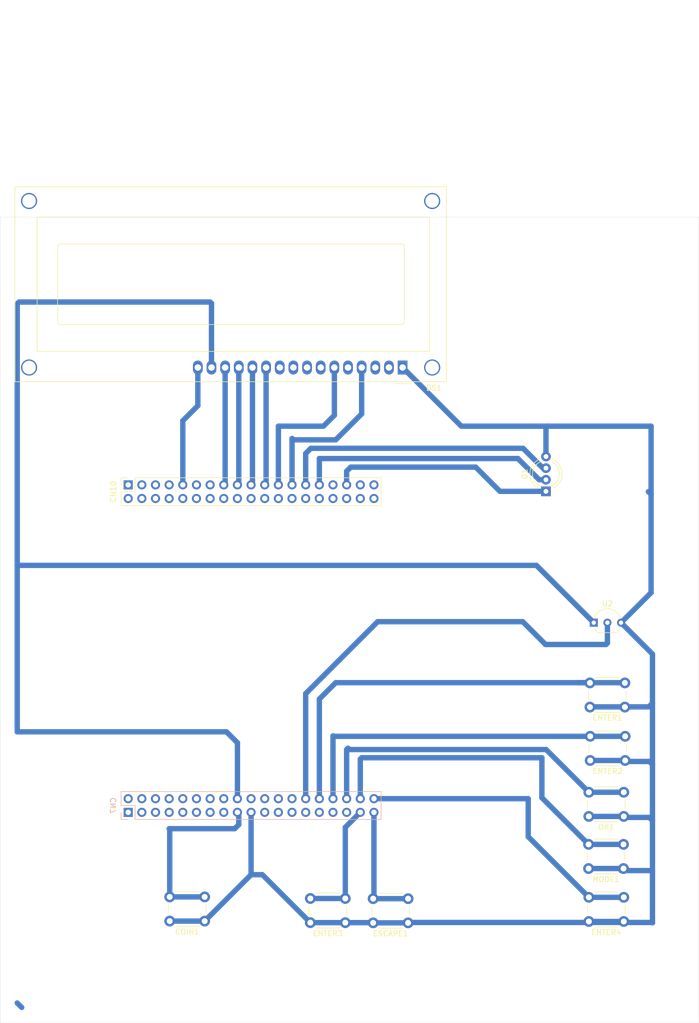
<source format=kicad_pcb>
(kicad_pcb (version 20241229) (generator "pcbnew") (generator_version "9.0")
  (layers (0 "F.Cu" signal) (2 "B.Cu" signal) (13 "F.Paste" user) (15 "B.Paste" user) (5 "F.SilkS" user "F.Silkscreen") (7 "B.SilkS" user "B.Silkscreen") (1 "F.Mask" user) (3 "B.Mask" user) (25 "Edge.Cuts" user))
  (net 0 "")
  (net 1 "/PA4")
  (net 4 "/PC3")
  (net 8 "GND")
  (net 10 "/PC1")
  (net 13 "/PA1")
  (net 15 "/PC0")
  (net 17 "+5V")
  (net 21 "/PB0")
  (net 23 "/PA0")
  (net 26 "/PA15")
  (net 31 "/PC2")
  (net 39 "/PB5")
  (net 43 "/PC7")
  (net 46 "/PA9")
  (net 57 "/PA7")
  (net 60 "/PA8")
  (net 62 "/PB6")
  (net 66 "/PB10")
  (net 74 "/PA10")
  (net 75 "Net-(CN10-Pin_27)")
  (footprint "Package_TO_SOT_THT:TO-92_Inline_Wide" (layer "F.Cu") (at 233.426 94.488)
    (property "Reference" "U2" (at 2.54 -3.56 0) (layer "F.SilkS"))
    (property "Value" "LM35")
    (fp_line (start 0.74 1.85) (end 4.34 1.85) (stroke (width 0.12)) (layer "F.SilkS"))
    (fp_arc (start 0.1836 -1.098807) (mid 1.143021 -2.192817) (end 2.54 -2.6) (stroke (width 0.12)) (layer "F.SilkS"))
    (fp_arc (start 0.74 1.85) (mid 0.446097 1.509328) (end 0.215816 1.122795) (stroke (width 0.12)) (layer "F.SilkS"))
    (fp_arc (start 2.54 -2.6) (mid 3.936979 -2.192818) (end 4.8964 -1.098807) (stroke (width 0.12)) (layer "F.SilkS"))
    (fp_arc (start 4.864184 1.122795) (mid 4.633903 1.509328) (end 4.34 1.85) (stroke (width 0.12)) (layer "F.SilkS"))
    (pad "1" thru_hole rect (at 0 0) (size 1.5 1.5) (drill 0.8) (layers "*.Cu" "*.Mask") (net 17 "+5V"))
    (pad "2" thru_hole circle (at 2.54 0) (size 1.5 1.5) (drill 0.8) (layers "*.Cu" "*.Mask") (net 23 "/PA0"))
    (pad "3" thru_hole circle (at 5.08 0) (size 1.5 1.5) (drill 0.8) (layers "*.Cu" "*.Mask") (net 8 "GND"))
  )
  (footprint "Connector_PinSocket_2.54mm:PinSocket_2x19_P2.54mm_Vertical" (layer "F.Cu") (at 146.812 68.834 90)
    (property "Reference" "CN10" (at -1.27 -2.77 90) (layer "F.SilkS"))
    (property "Value" "Conn_02x19_Odd_Even")
    (fp_line (start 1.33 -1.33) (end 1.33 0) (stroke (width 0.12)) (layer "F.SilkS"))
    (fp_line (start 0 -1.33) (end 1.33 -1.33) (stroke (width 0.12)) (layer "F.SilkS"))
    (fp_line (start -1.27 -1.33) (end -1.27 1.27) (stroke (width 0.12)) (layer "F.SilkS"))
    (fp_line (start -3.87 -1.33) (end -1.27 -1.33) (stroke (width 0.12)) (layer "F.SilkS"))
    (fp_line (start -3.87 -1.33) (end -3.87 47.05) (stroke (width 0.12)) (layer "F.SilkS"))
    (fp_line (start 1.33 1.27) (end 1.33 47.05) (stroke (width 0.12)) (layer "F.SilkS"))
    (fp_line (start -1.27 1.27) (end 1.33 1.27) (stroke (width 0.12)) (layer "F.SilkS"))
    (fp_line (start -3.87 47.05) (end 1.33 47.05) (stroke (width 0.12)) (layer "F.SilkS"))
    (pad "1" thru_hole rect (at 0 0 90) (size 1.7 1.7) (drill 1) (layers "*.Cu" "*.Mask"))
    (pad "2" thru_hole circle (at -2.54 0 90) (size 1.7 1.7) (drill 1) (layers "*.Cu" "*.Mask"))
    (pad "3" thru_hole circle (at 0 2.54 90) (size 1.7 1.7) (drill 1) (layers "*.Cu" "*.Mask"))
    (pad "4" thru_hole circle (at -2.54 2.54 90) (size 1.7 1.7) (drill 1) (layers "*.Cu" "*.Mask"))
    (pad "5" thru_hole circle (at 0 5.08 90) (size 1.7 1.7) (drill 1) (layers "*.Cu" "*.Mask"))
    (pad "6" thru_hole circle (at -2.54 5.08 90) (size 1.7 1.7) (drill 1) (layers "*.Cu" "*.Mask"))
    (pad "7" thru_hole circle (at 0 7.62 90) (size 1.7 1.7) (drill 1) (layers "*.Cu" "*.Mask"))
    (pad "8" thru_hole circle (at -2.54 7.62 90) (size 1.7 1.7) (drill 1) (layers "*.Cu" "*.Mask"))
    (pad "9" thru_hole circle (at 0 10.16 90) (size 1.7 1.7) (drill 1) (layers "*.Cu" "*.Mask") (net 8 "GND"))
    (pad "10" thru_hole circle (at -2.54 10.16 90) (size 1.7 1.7) (drill 1) (layers "*.Cu" "*.Mask"))
    (pad "11" thru_hole circle (at 0 12.7 90) (size 1.7 1.7) (drill 1) (layers "*.Cu" "*.Mask"))
    (pad "12" thru_hole circle (at -2.54 12.7 90) (size 1.7 1.7) (drill 1) (layers "*.Cu" "*.Mask"))
    (pad "13" thru_hole circle (at 0 15.24 90) (size 1.7 1.7) (drill 1) (layers "*.Cu" "*.Mask"))
    (pad "14" thru_hole circle (at -2.54 15.24 90) (size 1.7 1.7) (drill 1) (layers "*.Cu" "*.Mask"))
    (pad "15" thru_hole circle (at 0 17.78 90) (size 1.7 1.7) (drill 1) (layers "*.Cu" "*.Mask") (net 57 "/PA7"))
    (pad "16" thru_hole circle (at -2.54 17.78 90) (size 1.7 1.7) (drill 1) (layers "*.Cu" "*.Mask"))
    (pad "17" thru_hole circle (at 0 20.32 90) (size 1.7 1.7) (drill 1) (layers "*.Cu" "*.Mask") (net 62 "/PB6"))
    (pad "18" thru_hole circle (at -2.54 20.32 90) (size 1.7 1.7) (drill 1) (layers "*.Cu" "*.Mask"))
    (pad "19" thru_hole circle (at 0 22.86 90) (size 1.7 1.7) (drill 1) (layers "*.Cu" "*.Mask") (net 43 "/PC7"))
    (pad "20" thru_hole circle (at -2.54 22.86 90) (size 1.7 1.7) (drill 1) (layers "*.Cu" "*.Mask") (net 8 "GND"))
    (pad "21" thru_hole circle (at 0 25.4 90) (size 1.7 1.7) (drill 1) (layers "*.Cu" "*.Mask") (net 46 "/PA9"))
    (pad "22" thru_hole circle (at -2.54 25.4 90) (size 1.7 1.7) (drill 1) (layers "*.Cu" "*.Mask"))
    (pad "23" thru_hole circle (at 0 27.94 90) (size 1.7 1.7) (drill 1) (layers "*.Cu" "*.Mask") (net 60 "/PA8"))
    (pad "24" thru_hole circle (at -2.54 27.94 90) (size 1.7 1.7) (drill 1) (layers "*.Cu" "*.Mask"))
    (pad "25" thru_hole circle (at 0 30.48 90) (size 1.7 1.7) (drill 1) (layers "*.Cu" "*.Mask") (net 66 "/PB10"))
    (pad "26" thru_hole circle (at -2.54 30.48 90) (size 1.7 1.7) (drill 1) (layers "*.Cu" "*.Mask"))
    (pad "27" thru_hole circle (at 0 33.02 90) (size 1.7 1.7) (drill 1) (layers "*.Cu" "*.Mask") (net 75 "Net-(CN10-Pin_27)"))
    (pad "28" thru_hole circle (at -2.54 33.02 90) (size 1.7 1.7) (drill 1) (layers "*.Cu" "*.Mask"))
    (pad "29" thru_hole circle (at 0 35.56 90) (size 1.7 1.7) (drill 1) (layers "*.Cu" "*.Mask") (net 39 "/PB5"))
    (pad "30" thru_hole circle (at -2.54 35.56 90) (size 1.7 1.7) (drill 1) (layers "*.Cu" "*.Mask"))
    (pad "31" thru_hole circle (at 0 38.1 90) (size 1.7 1.7) (drill 1) (layers "*.Cu" "*.Mask"))
    (pad "32" thru_hole circle (at -2.54 38.1 90) (size 1.7 1.7) (drill 1) (layers "*.Cu" "*.Mask"))
    (pad "33" thru_hole circle (at 0 40.64 90) (size 1.7 1.7) (drill 1) (layers "*.Cu" "*.Mask") (net 74 "/PA10"))
    (pad "34" thru_hole circle (at -2.54 40.64 90) (size 1.7 1.7) (drill 1) (layers "*.Cu" "*.Mask"))
    (pad "35" thru_hole circle (at 0 43.18 90) (size 1.7 1.7) (drill 1) (layers "*.Cu" "*.Mask"))
    (pad "36" thru_hole circle (at -2.54 43.18 90) (size 1.7 1.7) (drill 1) (layers "*.Cu" "*.Mask"))
    (pad "37" thru_hole circle (at 0 45.72 90) (size 1.7 1.7) (drill 1) (layers "*.Cu" "*.Mask"))
    (pad "38" thru_hole circle (at -2.54 45.72 90) (size 1.7 1.7) (drill 1) (layers "*.Cu" "*.Mask"))
  )
  (footprint "Display:WC1602A" (layer "F.Cu") (at 197.866 46.99 180)
    (property "Reference" "DS1" (at -5.82 -3.81 0) (layer "F.SilkS"))
    (property "Value" "LCD_Character_Display_16x2")
    (fp_line (start 72.14 33.64) (end 72.14 -2.64) (stroke (width 0.12)) (layer "F.SilkS"))
    (fp_line (start 72.14 -2.64) (end -7.34 -2.64) (stroke (width 0.12)) (layer "F.SilkS"))
    (fp_line (start 68 28) (end -5 28) (stroke (width 0.12)) (layer "F.SilkS"))
    (fp_line (start 68 3) (end 68 28) (stroke (width 0.12)) (layer "F.SilkS"))
    (fp_line (start 64.2 8.5) (end 64.2 22.5) (stroke (width 0.12)) (layer "F.SilkS"))
    (fp_line (start 63.70066 23) (end 0.2 23) (stroke (width 0.12)) (layer "F.SilkS"))
    (fp_line (start 0.2 8) (end 63.7 8) (stroke (width 0.12)) (layer "F.SilkS"))
    (fp_line (start -0.29972 22.49932) (end -0.29972 8.5) (stroke (width 0.12)) (layer "F.SilkS"))
    (fp_line (start -1.5 -3) (end 1.5 -3) (stroke (width 0.12)) (layer "F.SilkS"))
    (fp_line (start -5 28) (end -5 3) (stroke (width 0.12)) (layer "F.SilkS"))
    (fp_line (start -5 3) (end 68 3) (stroke (width 0.12)) (layer "F.SilkS"))
    (fp_line (start -8.13 -2.64) (end -7.34 -2.64) (stroke (width 0.12)) (layer "F.SilkS"))
    (fp_line (start -8.14 33.64) (end 72.14 33.64) (stroke (width 0.12)) (layer "F.SilkS"))
    (fp_line (start -8.14 -2.64) (end -8.14 33.64) (stroke (width 0.12)) (layer "F.SilkS"))
    (fp_arc (start 64.20104 22.49932) (mid 64.054482 22.853142) (end 63.70066 22.9997) (stroke (width 0.12)) (layer "F.SilkS"))
    (fp_arc (start 63.7 8) (mid 64.053553 8.146447) (end 64.2 8.5) (stroke (width 0.12)) (layer "F.SilkS"))
    (fp_arc (start 0.20066 22.9997) (mid -0.153162 22.853142) (end -0.29972 22.49932) (stroke (width 0.12)) (layer "F.SilkS"))
    (fp_arc (start -0.29972 8.49884) (mid -0.153162 8.145018) (end 0.20066 7.99846) (stroke (width 0.12)) (layer "F.SilkS"))
    (pad "" thru_hole circle (at -5.4991 0 180) (size 3 3) (drill 2.5) (layers "*.Cu" "*.Mask"))
    (pad "" thru_hole circle (at -5.4991 31.0007 180) (size 3 3) (drill 2.5) (layers "*.Cu" "*.Mask"))
    (pad "" thru_hole circle (at 69.49948 31.0007 180) (size 3 3) (drill 2.5) (layers "*.Cu" "*.Mask"))
    (pad "" thru_hole circle (at 69.5 0 180) (size 3 3) (drill 2.5) (layers "*.Cu" "*.Mask"))
    (pad "1" thru_hole rect (at 0 0 180) (size 1.8 2.6) (drill 1.2) (layers "*.Cu" "*.Mask") (net 8 "GND"))
    (pad "2" thru_hole oval (at 2.54 0 180) (size 1.8 2.6) (drill 1.2) (layers "*.Cu" "*.Mask") (net 17 "+5V"))
    (pad "3" thru_hole oval (at 5.08 0 180) (size 1.8 2.6) (drill 1.2) (layers "*.Cu" "*.Mask") (net 8 "GND"))
    (pad "4" thru_hole oval (at 7.62 0 180) (size 1.8 2.6) (drill 1.2) (layers "*.Cu" "*.Mask") (net 66 "/PB10"))
    (pad "5" thru_hole oval (at 10.16 0 180) (size 1.8 2.6) (drill 1.2) (layers "*.Cu" "*.Mask") (net 8 "GND"))
    (pad "6" thru_hole oval (at 12.7 0 180) (size 1.8 2.6) (drill 1.2) (layers "*.Cu" "*.Mask") (net 60 "/PA8"))
    (pad "7" thru_hole oval (at 15.24 0 180) (size 1.8 2.6) (drill 1.2) (layers "*.Cu" "*.Mask"))
    (pad "8" thru_hole oval (at 17.78 0 180) (size 1.8 2.6) (drill 1.2) (layers "*.Cu" "*.Mask"))
    (pad "9" thru_hole oval (at 20.32 0 180) (size 1.8 2.6) (drill 1.2) (layers "*.Cu" "*.Mask"))
    (pad "10" thru_hole oval (at 22.86 0 180) (size 1.8 2.6) (drill 1.2) (layers "*.Cu" "*.Mask"))
    (pad "11" thru_hole oval (at 25.4 0 180) (size 1.8 2.6) (drill 1.2) (layers "*.Cu" "*.Mask") (net 46 "/PA9"))
    (pad "12" thru_hole oval (at 27.94 0 180) (size 1.8 2.6) (drill 1.2) (layers "*.Cu" "*.Mask") (net 43 "/PC7"))
    (pad "13" thru_hole oval (at 30.48 0 180) (size 1.8 2.6) (drill 1.2) (layers "*.Cu" "*.Mask") (net 62 "/PB6"))
    (pad "14" thru_hole oval (at 33.02 0 180) (size 1.8 2.6) (drill 1.2) (layers "*.Cu" "*.Mask") (net 57 "/PA7"))
    (pad "15" thru_hole oval (at 35.56 0 180) (size 1.8 2.6) (drill 1.2) (layers "*.Cu" "*.Mask") (net 17 "+5V"))
    (pad "16" thru_hole oval (at 38.1 0 180) (size 1.8 2.6) (drill 1.2) (layers "*.Cu" "*.Mask") (net 8 "GND"))
  )
  (footprint "Button_Switch_THT:SW_PUSH_6mm_H7.3mm" (layer "F.Cu") (at 239.216 110.2 180)
    (property "Reference" "ENTER1" (at 3.25 -2 0) (layer "F.SilkS"))
    (property "Value" "SW_Push")
    (fp_line (start 6.75 3) (end 6.75 1.5) (stroke (width 0.12)) (layer "F.SilkS"))
    (fp_line (start 5.5 -1) (end 1 -1) (stroke (width 0.12)) (layer "F.SilkS"))
    (fp_line (start 1 5.5) (end 5.5 5.5) (stroke (width 0.12)) (layer "F.SilkS"))
    (fp_line (start -0.25 1.5) (end -0.25 3) (stroke (width 0.12)) (layer "F.SilkS"))
    (pad "1" thru_hole circle (at 0 0 270) (size 2 2) (drill 1.1) (layers "*.Cu" "*.Mask") (net 8 "GND"))
    (pad "1" thru_hole circle (at 6.5 0 270) (size 2 2) (drill 1.1) (layers "*.Cu" "*.Mask") (net 8 "GND"))
    (pad "2" thru_hole circle (at 0 4.5 270) (size 2 2) (drill 1.1) (layers "*.Cu" "*.Mask") (net 13 "/PA1"))
    (pad "2" thru_hole circle (at 6.5 4.5 270) (size 2 2) (drill 1.1) (layers "*.Cu" "*.Mask") (net 13 "/PA1"))
  )
  (footprint "Button_Switch_THT:SW_PUSH_6mm_H7.3mm" (layer "F.Cu") (at 238.962 140.26 180)
    (property "Reference" "MODE1" (at 3.25 -2 0) (layer "F.SilkS"))
    (property "Value" "SW_Push")
    (fp_line (start 6.75 3) (end 6.75 1.5) (stroke (width 0.12)) (layer "F.SilkS"))
    (fp_line (start 5.5 -1) (end 1 -1) (stroke (width 0.12)) (layer "F.SilkS"))
    (fp_line (start 1 5.5) (end 5.5 5.5) (stroke (width 0.12)) (layer "F.SilkS"))
    (fp_line (start -0.25 1.5) (end -0.25 3) (stroke (width 0.12)) (layer "F.SilkS"))
    (pad "1" thru_hole circle (at 0 0 270) (size 2 2) (drill 1.1) (layers "*.Cu" "*.Mask") (net 8 "GND"))
    (pad "1" thru_hole circle (at 6.5 0 270) (size 2 2) (drill 1.1) (layers "*.Cu" "*.Mask") (net 8 "GND"))
    (pad "2" thru_hole circle (at 0 4.5 270) (size 2 2) (drill 1.1) (layers "*.Cu" "*.Mask") (net 10 "/PC1"))
    (pad "2" thru_hole circle (at 6.5 4.5 270) (size 2 2) (drill 1.1) (layers "*.Cu" "*.Mask") (net 10 "/PC1"))
  )
  (footprint "Button_Switch_THT:SW_PUSH_6mm_H7.3mm" (layer "F.Cu") (at 239.268 120.142 180)
    (property "Reference" "ENTER2" (at 3.25 -2 0) (layer "F.SilkS"))
    (property "Value" "SW_Push")
    (fp_line (start 6.75 3) (end 6.75 1.5) (stroke (width 0.12)) (layer "F.SilkS"))
    (fp_line (start 5.5 -1) (end 1 -1) (stroke (width 0.12)) (layer "F.SilkS"))
    (fp_line (start 1 5.5) (end 5.5 5.5) (stroke (width 0.12)) (layer "F.SilkS"))
    (fp_line (start -0.25 1.5) (end -0.25 3) (stroke (width 0.12)) (layer "F.SilkS"))
    (pad "1" thru_hole circle (at 0 0 270) (size 2 2) (drill 1.1) (layers "*.Cu" "*.Mask") (net 8 "GND"))
    (pad "1" thru_hole circle (at 6.5 0 270) (size 2 2) (drill 1.1) (layers "*.Cu" "*.Mask") (net 8 "GND"))
    (pad "2" thru_hole circle (at 0 4.5 270) (size 2 2) (drill 1.1) (layers "*.Cu" "*.Mask") (net 1 "/PA4"))
    (pad "2" thru_hole circle (at 6.5 4.5 270) (size 2 2) (drill 1.1) (layers "*.Cu" "*.Mask") (net 1 "/PA4"))
  )
  (footprint "LED_THT:LED_D5.0mm-4_RGB_Wide_Pins" (layer "F.Cu") (at 224.536 70.042 90)
    (property "Reference" "D1" (at 3.2385 -3.96 90) (layer "F.SilkS"))
    (property "Value" "LED_RGBK")
    (fp_line (start 0.6785 -1.545) (end 0.6785 -1.08) (stroke (width 0.12)) (layer "F.SilkS"))
    (fp_line (start 0.6785 1.08) (end 0.6785 1.545) (stroke (width 0.12)) (layer "F.SilkS"))
    (fp_arc (start 0.6785 -1.54483) (mid 3.496956 -2.978809) (end 6.026315 -1.080827) (stroke (width 0.12)) (layer "F.SilkS"))
    (fp_arc (start 0.983816 -1.08) (mid 3.238262 -2.5) (end 5.492979 -1.080429) (stroke (width 0.12)) (layer "F.SilkS"))
    (fp_arc (start 5.492979 1.080429) (mid 3.238262 2.5) (end 0.983816 1.08) (stroke (width 0.12)) (layer "F.SilkS"))
    (fp_arc (start 6.026315 1.080827) (mid 3.496956 2.978808) (end 0.6785 1.54483) (stroke (width 0.12)) (layer "F.SilkS"))
    (pad "1" thru_hole rect (at 0 0 90) (size 1.8 1.8) (drill 0.9) (layers "*.Cu" "*.Mask") (net 74 "/PA10"))
    (pad "2" thru_hole circle (at 2.159 0 90) (size 1.8 1.8) (drill 0.9) (layers "*.Cu" "*.Mask") (net 39 "/PB5"))
    (pad "3" thru_hole circle (at 4.318 0 90) (size 1.8 1.8) (drill 0.9) (layers "*.Cu" "*.Mask") (net 75 "Net-(CN10-Pin_27)"))
    (pad "4" thru_hole circle (at 6.477 0 90) (size 1.8 1.8) (drill 0.9) (layers "*.Cu" "*.Mask") (net 8 "GND"))
  )
  (footprint "Button_Switch_THT:SW_PUSH_6mm_H7.3mm" (layer "F.Cu") (at 161.036 150.042 180)
    (property "Reference" "COIN1" (at 3.25 -2 0) (layer "F.SilkS"))
    (property "Value" "SW_Push")
    (fp_line (start 6.75 3) (end 6.75 1.5) (stroke (width 0.12)) (layer "F.SilkS"))
    (fp_line (start 5.5 -1) (end 1 -1) (stroke (width 0.12)) (layer "F.SilkS"))
    (fp_line (start 1 5.5) (end 5.5 5.5) (stroke (width 0.12)) (layer "F.SilkS"))
    (fp_line (start -0.25 1.5) (end -0.25 3) (stroke (width 0.12)) (layer "F.SilkS"))
    (pad "1" thru_hole circle (at 0 0 270) (size 2 2) (drill 1.1) (layers "*.Cu" "*.Mask") (net 8 "GND"))
    (pad "1" thru_hole circle (at 6.5 0 270) (size 2 2) (drill 1.1) (layers "*.Cu" "*.Mask") (net 8 "GND"))
    (pad "2" thru_hole circle (at 0 4.5 270) (size 2 2) (drill 1.1) (layers "*.Cu" "*.Mask") (net 26 "/PA15"))
    (pad "2" thru_hole circle (at 6.5 4.5 270) (size 2 2) (drill 1.1) (layers "*.Cu" "*.Mask") (net 26 "/PA15"))
  )
  (footprint "Button_Switch_THT:SW_PUSH_6mm_H7.3mm" (layer "F.Cu") (at 239.014 130.556 180)
    (property "Reference" "OK1" (at 3.25 -2 0) (layer "F.SilkS"))
    (property "Value" "SW_Push")
    (fp_line (start 6.75 3) (end 6.75 1.5) (stroke (width 0.12)) (layer "F.SilkS"))
    (fp_line (start 5.5 -1) (end 1 -1) (stroke (width 0.12)) (layer "F.SilkS"))
    (fp_line (start 1 5.5) (end 5.5 5.5) (stroke (width 0.12)) (layer "F.SilkS"))
    (fp_line (start -0.25 1.5) (end -0.25 3) (stroke (width 0.12)) (layer "F.SilkS"))
    (pad "1" thru_hole circle (at 0 0 270) (size 2 2) (drill 1.1) (layers "*.Cu" "*.Mask") (net 8 "GND"))
    (pad "1" thru_hole circle (at 6.5 0 270) (size 2 2) (drill 1.1) (layers "*.Cu" "*.Mask") (net 8 "GND"))
    (pad "2" thru_hole circle (at 0 4.5 270) (size 2 2) (drill 1.1) (layers "*.Cu" "*.Mask") (net 21 "/PB0"))
    (pad "2" thru_hole circle (at 6.5 4.5 270) (size 2 2) (drill 1.1) (layers "*.Cu" "*.Mask") (net 21 "/PB0"))
  )
  (footprint "Button_Switch_THT:SW_PUSH_6mm_H7.3mm" (layer "F.Cu") (at 187.198 150.332 180)
    (property "Reference" "ENTER3" (at 3.25 -2 0) (layer "F.SilkS"))
    (property "Value" "SW_Push")
    (fp_line (start 6.75 3) (end 6.75 1.5) (stroke (width 0.12)) (layer "F.SilkS"))
    (fp_line (start 5.5 -1) (end 1 -1) (stroke (width 0.12)) (layer "F.SilkS"))
    (fp_line (start 1 5.5) (end 5.5 5.5) (stroke (width 0.12)) (layer "F.SilkS"))
    (fp_line (start -0.25 1.5) (end -0.25 3) (stroke (width 0.12)) (layer "F.SilkS"))
    (pad "1" thru_hole circle (at 0 0 270) (size 2 2) (drill 1.1) (layers "*.Cu" "*.Mask") (net 8 "GND"))
    (pad "1" thru_hole circle (at 6.5 0 270) (size 2 2) (drill 1.1) (layers "*.Cu" "*.Mask") (net 8 "GND"))
    (pad "2" thru_hole circle (at 0 4.5 270) (size 2 2) (drill 1.1) (layers "*.Cu" "*.Mask") (net 31 "/PC2"))
    (pad "2" thru_hole circle (at 6.5 4.5 270) (size 2 2) (drill 1.1) (layers "*.Cu" "*.Mask") (net 31 "/PC2"))
  )
  (footprint "Button_Switch_THT:SW_PUSH_6mm_H7.3mm" (layer "F.Cu") (at 239.014 150.114 180)
    (property "Reference" "ENTER4" (at 3.25 -2 0) (layer "F.SilkS"))
    (property "Value" "SW_Push")
    (fp_line (start 6.75 3) (end 6.75 1.5) (stroke (width 0.12)) (layer "F.SilkS"))
    (fp_line (start 5.5 -1) (end 1 -1) (stroke (width 0.12)) (layer "F.SilkS"))
    (fp_line (start 1 5.5) (end 5.5 5.5) (stroke (width 0.12)) (layer "F.SilkS"))
    (fp_line (start -0.25 1.5) (end -0.25 3) (stroke (width 0.12)) (layer "F.SilkS"))
    (pad "1" thru_hole circle (at 0 0 270) (size 2 2) (drill 1.1) (layers "*.Cu" "*.Mask") (net 8 "GND"))
    (pad "1" thru_hole circle (at 6.5 0 270) (size 2 2) (drill 1.1) (layers "*.Cu" "*.Mask") (net 8 "GND"))
    (pad "2" thru_hole circle (at 0 4.5 270) (size 2 2) (drill 1.1) (layers "*.Cu" "*.Mask") (net 15 "/PC0"))
    (pad "2" thru_hole circle (at 6.5 4.5 270) (size 2 2) (drill 1.1) (layers "*.Cu" "*.Mask") (net 15 "/PC0"))
  )
  (footprint "Button_Switch_THT:SW_PUSH_6mm_H7.3mm" (layer "F.Cu") (at 198.882 150.368 180)
    (property "Reference" "ESCAPE1" (at 3.25 -2 0) (layer "F.SilkS"))
    (property "Value" "SW_Push")
    (fp_line (start 6.75 3) (end 6.75 1.5) (stroke (width 0.12)) (layer "F.SilkS"))
    (fp_line (start 5.5 -1) (end 1 -1) (stroke (width 0.12)) (layer "F.SilkS"))
    (fp_line (start 1 5.5) (end 5.5 5.5) (stroke (width 0.12)) (layer "F.SilkS"))
    (fp_line (start -0.25 1.5) (end -0.25 3) (stroke (width 0.12)) (layer "F.SilkS"))
    (pad "1" thru_hole circle (at 0 0 270) (size 2 2) (drill 1.1) (layers "*.Cu" "*.Mask") (net 8 "GND"))
    (pad "1" thru_hole circle (at 6.5 0 270) (size 2 2) (drill 1.1) (layers "*.Cu" "*.Mask") (net 8 "GND"))
    (pad "2" thru_hole circle (at 0 4.5 270) (size 2 2) (drill 1.1) (layers "*.Cu" "*.Mask") (net 4 "/PC3"))
    (pad "2" thru_hole circle (at 6.5 4.5 270) (size 2 2) (drill 1.1) (layers "*.Cu" "*.Mask") (net 4 "/PC3"))
  )
  (footprint "Connector_PinSocket_2.54mm:PinSocket_2x19_P2.54mm_Vertical" (layer "B.Cu") (at 146.812 129.794 -90)
    (property "Reference" "CN7" (at -1.27 2.77 90) (layer "B.SilkS") (effects (justify mirror)))
    (property "Value" "Conn_02x19_Odd_Even")
    (fp_line (start -3.87 1.33) (end -1.27 1.33) (stroke (width 0.12)) (layer "B.SilkS"))
    (fp_line (start -3.87 1.33) (end -3.87 -47.05) (stroke (width 0.12)) (layer "B.SilkS"))
    (fp_line (start -1.27 1.33) (end -1.27 -1.27) (stroke (width 0.12)) (layer "B.SilkS"))
    (fp_line (start 0 1.33) (end 1.33 1.33) (stroke (width 0.12)) (layer "B.SilkS"))
    (fp_line (start 1.33 1.33) (end 1.33 0) (stroke (width 0.12)) (layer "B.SilkS"))
    (fp_line (start -1.27 -1.27) (end 1.33 -1.27) (stroke (width 0.12)) (layer "B.SilkS"))
    (fp_line (start 1.33 -1.27) (end 1.33 -47.05) (stroke (width 0.12)) (layer "B.SilkS"))
    (fp_line (start -3.87 -47.05) (end 1.33 -47.05) (stroke (width 0.12)) (layer "B.SilkS"))
    (pad "1" thru_hole rect (at 0 0 270) (size 1.7 1.7) (drill 1) (layers "*.Cu" "*.Mask"))
    (pad "2" thru_hole circle (at -2.54 0 270) (size 1.7 1.7) (drill 1) (layers "*.Cu" "*.Mask"))
    (pad "3" thru_hole circle (at 0 -2.54 270) (size 1.7 1.7) (drill 1) (layers "*.Cu" "*.Mask"))
    (pad "4" thru_hole circle (at -2.54 -2.54 270) (size 1.7 1.7) (drill 1) (layers "*.Cu" "*.Mask"))
    (pad "5" thru_hole circle (at 0 -5.08 270) (size 1.7 1.7) (drill 1) (layers "*.Cu" "*.Mask"))
    (pad "6" thru_hole circle (at -2.54 -5.08 270) (size 1.7 1.7) (drill 1) (layers "*.Cu" "*.Mask"))
    (pad "7" thru_hole circle (at 0 -7.62 270) (size 1.7 1.7) (drill 1) (layers "*.Cu" "*.Mask"))
    (pad "8" thru_hole circle (at -2.54 -7.62 270) (size 1.7 1.7) (drill 1) (layers "*.Cu" "*.Mask") (net 8 "GND"))
    (pad "9" thru_hole circle (at 0 -10.16 270) (size 1.7 1.7) (drill 1) (layers "*.Cu" "*.Mask"))
    (pad "10" thru_hole circle (at -2.54 -10.16 270) (size 1.7 1.7) (drill 1) (layers "*.Cu" "*.Mask"))
    (pad "11" thru_hole circle (at 0 -12.7 270) (size 1.7 1.7) (drill 1) (layers "*.Cu" "*.Mask"))
    (pad "12" thru_hole circle (at -2.54 -12.7 270) (size 1.7 1.7) (drill 1) (layers "*.Cu" "*.Mask"))
    (pad "13" thru_hole circle (at 0 -15.24 270) (size 1.7 1.7) (drill 1) (layers "*.Cu" "*.Mask"))
    (pad "14" thru_hole circle (at -2.54 -15.24 270) (size 1.7 1.7) (drill 1) (layers "*.Cu" "*.Mask"))
    (pad "15" thru_hole circle (at 0 -17.78 270) (size 1.7 1.7) (drill 1) (layers "*.Cu" "*.Mask"))
    (pad "16" thru_hole circle (at -2.54 -17.78 270) (size 1.7 1.7) (drill 1) (layers "*.Cu" "*.Mask"))
    (pad "17" thru_hole circle (at 0 -20.32 270) (size 1.7 1.7) (drill 1) (layers "*.Cu" "*.Mask") (net 26 "/PA15"))
    (pad "18" thru_hole circle (at -2.54 -20.32 270) (size 1.7 1.7) (drill 1) (layers "*.Cu" "*.Mask") (net 17 "+5V"))
    (pad "19" thru_hole circle (at 0 -22.86 270) (size 1.7 1.7) (drill 1) (layers "*.Cu" "*.Mask") (net 8 "GND"))
    (pad "20" thru_hole circle (at -2.54 -22.86 270) (size 1.7 1.7) (drill 1) (layers "*.Cu" "*.Mask") (net 8 "GND"))
    (pad "21" thru_hole circle (at 0 -25.4 270) (size 1.7 1.7) (drill 1) (layers "*.Cu" "*.Mask"))
    (pad "22" thru_hole circle (at -2.54 -25.4 270) (size 1.7 1.7) (drill 1) (layers "*.Cu" "*.Mask") (net 8 "GND"))
    (pad "23" thru_hole circle (at 0 -27.94 270) (size 1.7 1.7) (drill 1) (layers "*.Cu" "*.Mask"))
    (pad "24" thru_hole circle (at -2.54 -27.94 270) (size 1.7 1.7) (drill 1) (layers "*.Cu" "*.Mask"))
    (pad "25" thru_hole circle (at 0 -30.48 270) (size 1.7 1.7) (drill 1) (layers "*.Cu" "*.Mask"))
    (pad "26" thru_hole circle (at -2.54 -30.48 270) (size 1.7 1.7) (drill 1) (layers "*.Cu" "*.Mask"))
    (pad "27" thru_hole circle (at 0 -33.02 270) (size 1.7 1.7) (drill 1) (layers "*.Cu" "*.Mask"))
    (pad "28" thru_hole circle (at -2.54 -33.02 270) (size 1.7 1.7) (drill 1) (layers "*.Cu" "*.Mask") (net 23 "/PA0"))
    (pad "29" thru_hole circle (at 0 -35.56 270) (size 1.7 1.7) (drill 1) (layers "*.Cu" "*.Mask"))
    (pad "30" thru_hole circle (at -2.54 -35.56 270) (size 1.7 1.7) (drill 1) (layers "*.Cu" "*.Mask") (net 13 "/PA1"))
    (pad "31" thru_hole circle (at 0 -38.1 270) (size 1.7 1.7) (drill 1) (layers "*.Cu" "*.Mask"))
    (pad "32" thru_hole circle (at -2.54 -38.1 270) (size 1.7 1.7) (drill 1) (layers "*.Cu" "*.Mask") (net 1 "/PA4"))
    (pad "33" thru_hole circle (at 0 -40.64 270) (size 1.7 1.7) (drill 1) (layers "*.Cu" "*.Mask"))
    (pad "34" thru_hole circle (at -2.54 -40.64 270) (size 1.7 1.7) (drill 1) (layers "*.Cu" "*.Mask") (net 21 "/PB0"))
    (pad "35" thru_hole circle (at 0 -43.18 270) (size 1.7 1.7) (drill 1) (layers "*.Cu" "*.Mask") (net 31 "/PC2"))
    (pad "36" thru_hole circle (at -2.54 -43.18 270) (size 1.7 1.7) (drill 1) (layers "*.Cu" "*.Mask") (net 10 "/PC1"))
    (pad "37" thru_hole circle (at 0 -45.72 270) (size 1.7 1.7) (drill 1) (layers "*.Cu" "*.Mask") (net 4 "/PC3"))
    (pad "38" thru_hole circle (at -2.54 -45.72 270) (size 1.7 1.7) (drill 1) (layers "*.Cu" "*.Mask") (net 15 "/PC0"))
  )
  (gr_rect (start 122.984 18.98) (end 252.984 168.98) (stroke (width 0.05)) (fill no) (layer "Edge.Cuts"))
  (segment (start 184.912 127.254) (end 184.912 115.57) (width 1) (layer "B.Cu") (net 1))
  (segment (start 184.984 115.642) (end 239.268 115.642) (width 1) (layer "B.Cu") (net 1))
  (segment (start 184.912 115.57) (end 184.984 115.642) (width 1) (layer "B.Cu") (net 1))
  (segment (start 192.532 129.794) (end 192.532 145.718) (width 1) (layer "B.Cu") (net 4))
  (segment (start 192.382 145.868) (end 198.882 145.868) (width 1) (layer "B.Cu") (net 4))
  (segment (start 192.532 145.718) (end 192.382 145.868) (width 1) (layer "B.Cu") (net 4))
  (segment (start 198.882 150.368) (end 199.136 150.368) (width 1) (layer "B.Cu") (net 8))
  (segment (start 244.348 113.03) (end 244.348 120.904) (width 1) (layer "B.Cu") (net 8))
  (segment (start 169.672 129.794) (end 169.672 141.406) (width 1) (layer "B.Cu") (net 8))
  (segment (start 199.136 150.368) (end 199.208 150.296) (width 1) (layer "B.Cu") (net 8))
  (segment (start 244.348 150.368) (end 244.276 150.296) (width 1) (layer "B.Cu") (net 8))
  (segment (start 238.506 130.738) (end 243.768 130.738) (width 1) (layer "B.Cu") (net 8))
  (segment (start 244.348 100.33) (end 244.348 109.474) (width 1) (layer "B.Cu") (net 8))
  (segment (start 232.768 120.142) (end 239.268 120.142) (width 1) (layer "B.Cu") (net 8))
  (segment (start 169.672 141.406) (end 161.036 150.042) (width 1) (layer "B.Cu") (net 8))
  (segment (start 159.766 54.102) (end 156.972 56.896) (width 1) (layer "B.Cu") (net 8))
  (segment (start 169.672 141.406) (end 171.772 141.406) (width 1) (layer "B.Cu") (net 8))
  (segment (start 232.514 130.556) (end 239.014 130.556) (width 1) (layer "B.Cu") (net 8))
  (segment (start 199.208 150.296) (end 232.006 150.296) (width 1) (layer "B.Cu") (net 8))
  (segment (start 244.276 140.644) (end 244.348 140.716) (width 1) (layer "B.Cu") (net 8))
  (segment (start 238.506 94.488) (end 244.348 100.33) (width 1) (layer "B.Cu") (net 8))
  (segment (start 244.094 88.9) (end 244.094 70.612) (width 1) (layer "B.Cu") (net 8))
  (segment (start 159.766 46.99) (end 159.766 54.102) (width 1) (layer "B.Cu") (net 8))
  (segment (start 224.79 57.912) (end 208.788 57.912) (width 1) (layer "B.Cu") (net 8))
  (segment (start 192.346 150.332) (end 192.382 150.368) (width 1) (layer "B.Cu") (net 8))
  (segment (start 224.536 63.565) (end 224.536 58.166) (width 1) (layer "B.Cu") (net 8))
  (segment (start 244.276 150.296) (end 232.006 150.296) (width 1) (layer "B.Cu") (net 8))
  (segment (start 238.506 140.644) (end 244.276 140.644) (width 1) (layer "B.Cu") (net 8))
  (segment (start 244.348 109.474) (end 244.348 113.03) (width 1) (layer "B.Cu") (net 8))
  (segment (start 243.768 130.738) (end 244.348 131.318) (width 1) (layer "B.Cu") (net 8))
  (segment (start 244.348 140.716) (end 244.348 150.368) (width 1) (layer "B.Cu") (net 8))
  (segment (start 232.26 110.164) (end 238.76 110.164) (width 1) (layer "B.Cu") (net 8))
  (segment (start 238.76 120.324) (end 243.768 120.324) (width 1) (layer "B.Cu") (net 8))
  (segment (start 238.76 140.462) (end 238.962 140.26) (width 1) (layer "B.Cu") (net 8))
  (segment (start 238.76 110.164) (end 243.658 110.164) (width 1) (layer "B.Cu") (net 8))
  (segment (start 244.348 131.318) (end 244.348 140.716) (width 1) (layer "B.Cu") (net 8))
  (segment (start 238.506 94.488) (end 244.094 88.9) (width 1) (layer "B.Cu") (net 8))
  (segment (start 243.658 110.164) (end 244.348 109.474) (width 1) (layer "B.Cu") (net 8))
  (segment (start 243.768 120.324) (end 244.348 120.904) (width 1) (layer "B.Cu") (net 8))
  (segment (start 243.586 70.104) (end 244.094 70.612) (width 1) (layer "B.Cu") (net 8))
  (segment (start 244.348 120.904) (end 244.348 131.318) (width 1) (layer "B.Cu") (net 8))
  (segment (start 156.972 56.896) (end 156.972 68.834) (width 1) (layer "B.Cu") (net 8))
  (segment (start 232.26 150.114) (end 238.76 150.114) (width 1) (layer "B.Cu") (net 8))
  (segment (start 224.536 58.166) (end 224.79 57.912) (width 1) (layer "B.Cu") (net 8))
  (segment (start 180.698 150.332) (end 187.198 150.332) (width 1) (layer "B.Cu") (net 8))
  (segment (start 154.536 150.042) (end 161.036 150.042) (width 1) (layer "B.Cu") (net 8))
  (segment (start 171.772 141.406) (end 180.698 150.332) (width 1) (layer "B.Cu") (net 8))
  (segment (start 192.382 150.368) (end 198.882 150.368) (width 1) (layer "B.Cu") (net 8))
  (segment (start 244.094 57.912) (end 224.79 57.912) (width 1) (layer "B.Cu") (net 8))
  (segment (start 187.198 150.332) (end 192.346 150.332) (width 1) (layer "B.Cu") (net 8))
  (segment (start 232.462 140.26) (end 238.962 140.26) (width 1) (layer "B.Cu") (net 8))
  (segment (start 244.094 70.612) (end 244.094 57.912) (width 1) (layer "B.Cu") (net 8))
  (segment (start 208.788 57.912) (end 197.866 46.99) (width 1) (layer "B.Cu") (net 8))
  (segment (start 189.992 127.254) (end 189.992 119.888) (width 1) (layer "B.Cu") (net 10))
  (segment (start 190.246 119.634) (end 223.774 119.634) (width 1) (layer "B.Cu") (net 10))
  (segment (start 232.462 135.76) (end 238.962 135.76) (width 1) (layer "B.Cu") (net 10))
  (segment (start 189.992 119.888) (end 190.246 119.634) (width 1) (layer "B.Cu") (net 10))
  (segment (start 223.774 127.072) (end 232.462 135.76) (width 1) (layer "B.Cu") (net 10))
  (segment (start 223.774 119.634) (end 223.774 127.072) (width 1) (layer "B.Cu") (net 10))
  (segment (start 230.466 105.664) (end 232.26 105.664) (width 1) (layer "B.Cu") (net 13))
  (segment (start 230.466 105.664) (end 185.42 105.664) (width 1) (layer "B.Cu") (net 13))
  (segment (start 185.42 105.664) (end 182.372 108.712) (width 1) (layer "B.Cu") (net 13))
  (segment (start 182.372 127.254) (end 182.372 108.712) (width 1) (layer "B.Cu") (net 13))
  (segment (start 238.76 105.664) (end 230.466 105.664) (width 1) (layer "B.Cu") (net 13))
  (segment (start 192.532 127.254) (end 221.234 127.254) (width 1) (layer "B.Cu") (net 15))
  (segment (start 239.014 145.614) (end 232.514 145.614) (width 1) (layer "B.Cu") (net 15))
  (segment (start 221.234 127.254) (end 221.234 134.334) (width 1) (layer "B.Cu") (net 15))
  (segment (start 221.234 134.334) (end 232.514 145.614) (width 1) (layer "B.Cu") (net 15))
  (segment (start 162.052 34.798) (end 162.306 35.052) (width 1) (layer "B.Cu") (net 17))
  (segment (start 127 166.116) (end 126.165 165.281) (width 1) (layer "B.Cu") (net 17))
  (segment (start 162.306 35.052) (end 162.306 46.99) (width 1) (layer "B.Cu") (net 17))
  (segment (start 167.132 127.254) (end 167.132 117.348) (width 1) (layer "B.Cu") (net 17))
  (segment (start 126.165 35.125) (end 126.492 34.798) (width 1) (layer "B.Cu") (net 17))
  (segment (start 126.165 114.808) (end 126.165 83.82) (width 1) (layer "B.Cu") (net 17))
  (segment (start 165.1 114.808) (end 126.165 114.808) (width 1) (layer "B.Cu") (net 17))
  (segment (start 167.132 116.84) (end 165.1 114.808) (width 1) (layer "B.Cu") (net 17))
  (segment (start 167.132 117.348) (end 167.132 116.84) (width 1) (layer "B.Cu") (net 17))
  (segment (start 126.165 83.82) (end 126.165 35.125) (width 1) (layer "B.Cu") (net 17))
  (segment (start 222.758 83.82) (end 126.165 83.82) (width 1) (layer "B.Cu") (net 17))
  (segment (start 126.492 34.798) (end 162.052 34.798) (width 1) (layer "B.Cu") (net 17))
  (segment (start 233.426 94.488) (end 222.758 83.82) (width 1) (layer "B.Cu") (net 17))
  (segment (start 224.568 118.11) (end 232.514 126.056) (width 1) (layer "B.Cu") (net 21))
  (segment (start 187.452 127.254) (end 187.452 118.11) (width 1) (layer "B.Cu") (net 21))
  (segment (start 187.96 118.11) (end 224.568 118.11) (width 1) (layer "B.Cu") (net 21))
  (segment (start 232.514 126.056) (end 239.014 126.056) (width 1) (layer "B.Cu") (net 21))
  (segment (start 187.452 118.11) (end 187.706 117.856) (width 1) (layer "B.Cu") (net 21))
  (segment (start 187.706 117.856) (end 187.96 118.11) (width 1) (layer "B.Cu") (net 21))
  (segment (start 193.222 94.306) (end 220.218 94.306) (width 1) (layer "B.Cu") (net 23))
  (segment (start 179.832 127.254) (end 179.832 107.696) (width 1) (layer "B.Cu") (net 23))
  (segment (start 179.832 107.696) (end 193.222 94.306) (width 1) (layer "B.Cu") (net 23))
  (segment (start 224.464 98.552) (end 235.712 98.552) (width 1) (layer "B.Cu") (net 23))
  (segment (start 235.712 98.552) (end 235.966 98.298) (width 1) (layer "B.Cu") (net 23))
  (segment (start 220.218 94.306) (end 224.464 98.552) (width 1) (layer "B.Cu") (net 23))
  (segment (start 235.966 98.298) (end 235.966 94.488) (width 1) (layer "B.Cu") (net 23))
  (segment (start 154.536 132.946) (end 154.536 145.542) (width 1) (layer "B.Cu") (net 26))
  (segment (start 167.386 130.048) (end 167.386 132.08) (width 1) (layer "B.Cu") (net 26))
  (segment (start 154.432 132.842) (end 154.536 132.946) (width 1) (layer "B.Cu") (net 26))
  (segment (start 167.386 132.08) (end 166.624 132.842) (width 1) (layer "B.Cu") (net 26))
  (segment (start 166.624 132.842) (end 154.432 132.842) (width 1) (layer "B.Cu") (net 26))
  (segment (start 167.132 129.794) (end 167.386 130.048) (width 1) (layer "B.Cu") (net 26))
  (segment (start 161.036 145.542) (end 154.536 145.542) (width 1) (layer "B.Cu") (net 26))
  (segment (start 180.698 145.832) (end 187.198 145.832) (width 1) (layer "B.Cu") (net 31))
  (segment (start 187.198 132.588) (end 187.198 145.832) (width 1) (layer "B.Cu") (net 31))
  (segment (start 189.992 129.794) (end 187.198 132.588) (width 1) (layer "B.Cu") (net 31))
  (segment (start 219.319208 63.939) (end 223.263208 67.883) (width 1) (layer "B.Cu") (net 39))
  (segment (start 182.372 68.834) (end 182.372 63.939) (width 1) (layer "B.Cu") (net 39))
  (segment (start 223.263208 67.883) (end 224.536 67.883) (width 1) (layer "B.Cu") (net 39))
  (segment (start 182.372 63.939) (end 219.319208 63.939) (width 1) (layer "B.Cu") (net 39))
  (segment (start 169.926 68.58) (end 169.672 68.834) (width 1) (layer "B.Cu") (net 43))
  (segment (start 169.926 46.99) (end 169.926 68.58) (width 1) (layer "B.Cu") (net 43))
  (segment (start 172.466 68.58) (end 172.212 68.834) (width 1) (layer "B.Cu") (net 46))
  (segment (start 172.466 46.99) (end 172.466 68.58) (width 1) (layer "B.Cu") (net 46))
  (segment (start 164.846 68.58) (end 164.592 68.834) (width 1) (layer "B.Cu") (net 57))
  (segment (start 164.846 46.99) (end 164.846 68.58) (width 1) (layer "B.Cu") (net 57))
  (segment (start 183.134 57.912) (end 174.752 57.912) (width 1) (layer "B.Cu") (net 60))
  (segment (start 185.166 46.99) (end 185.166 55.88) (width 1) (layer "B.Cu") (net 60))
  (segment (start 185.166 55.88) (end 183.134 57.912) (width 1) (layer "B.Cu") (net 60))
  (segment (start 174.752 57.912) (end 174.752 68.834) (width 1) (layer "B.Cu") (net 60))
  (segment (start 167.386 68.58) (end 167.132 68.834) (width 1) (layer "B.Cu") (net 62))
  (segment (start 167.386 46.99) (end 167.386 68.58) (width 1) (layer "B.Cu") (net 62))
  (segment (start 185.42 60.452) (end 177.546 60.452) (width 1) (layer "B.Cu") (net 66))
  (segment (start 190.246 46.99) (end 190.246 55.626) (width 1) (layer "B.Cu") (net 66))
  (segment (start 177.292 60.198) (end 177.292 68.834) (width 1) (layer "B.Cu") (net 66))
  (segment (start 190.246 55.626) (end 185.42 60.452) (width 1) (layer "B.Cu") (net 66))
  (segment (start 177.546 60.452) (end 177.292 60.198) (width 1) (layer "B.Cu") (net 66))
  (segment (start 187.452 66.294) (end 188.214 65.532) (width 1) (layer "B.Cu") (net 74))
  (segment (start 211.457792 65.532) (end 215.967792 70.042) (width 1) (layer "B.Cu") (net 74))
  (segment (start 215.967792 70.042) (end 224.536 70.042) (width 1) (layer "B.Cu") (net 74))
  (segment (start 187.452 68.834) (end 187.452 66.294) (width 1) (layer "B.Cu") (net 74))
  (segment (start 188.214 65.532) (end 211.457792 65.532) (width 1) (layer "B.Cu") (net 74))
  (segment (start 224.536 65.724) (end 224.536 66.04) (width 1) (layer "B.Cu") (net 75))
  (segment (start 224.282 66.04) (end 220.268 62.026) (width 1) (layer "B.Cu") (net 75))
  (segment (start 224.536 66.04) (end 224.282 66.04) (width 1) (layer "B.Cu") (net 75))
  (segment (start 179.832 62.992) (end 179.832 68.834) (width 1) (layer "B.Cu") (net 75))
  (segment (start 180.798 62.026) (end 179.832 62.992) (width 1) (layer "B.Cu") (net 75))
  (segment (start 220.268 62.026) (end 180.798 62.026) (width 1) (layer "B.Cu") (net 75))
)
</source>
